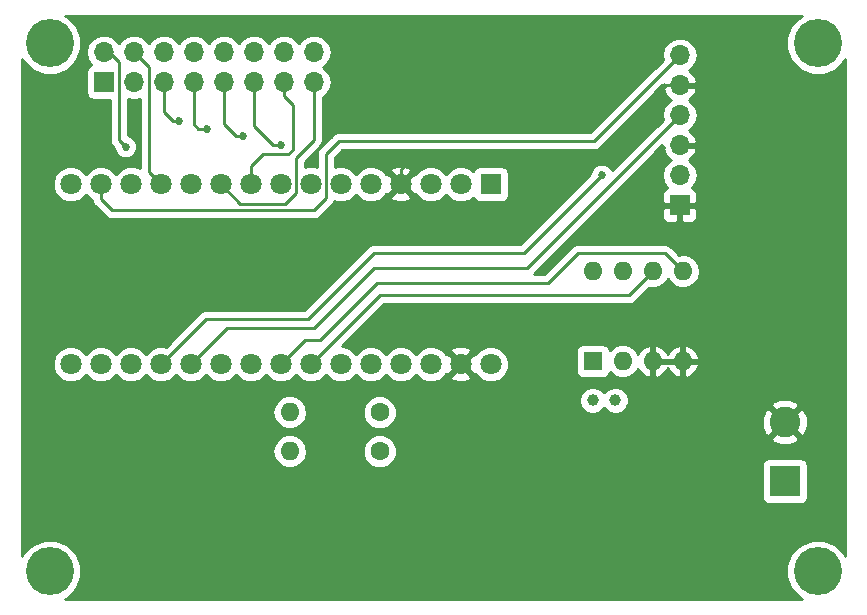
<source format=gbl>
G04 #@! TF.GenerationSoftware,KiCad,Pcbnew,5.0.2-bee76a0~70~ubuntu16.04.1*
G04 #@! TF.CreationDate,2019-05-11T19:32:04-04:00*
G04 #@! TF.ProjectId,ControllerBoard,436f6e74-726f-46c6-9c65-72426f617264,rev?*
G04 #@! TF.SameCoordinates,Original*
G04 #@! TF.FileFunction,Copper,L2,Bot*
G04 #@! TF.FilePolarity,Positive*
%FSLAX46Y46*%
G04 Gerber Fmt 4.6, Leading zero omitted, Abs format (unit mm)*
G04 Created by KiCad (PCBNEW 5.0.2-bee76a0~70~ubuntu16.04.1) date Sat 11 May 2019 07:32:04 PM EDT*
%MOMM*%
%LPD*%
G01*
G04 APERTURE LIST*
G04 #@! TA.AperFunction,ComponentPad*
%ADD10R,2.600000X2.600000*%
G04 #@! TD*
G04 #@! TA.AperFunction,ComponentPad*
%ADD11C,2.600000*%
G04 #@! TD*
G04 #@! TA.AperFunction,ComponentPad*
%ADD12O,1.700000X1.700000*%
G04 #@! TD*
G04 #@! TA.AperFunction,ComponentPad*
%ADD13R,1.700000X1.700000*%
G04 #@! TD*
G04 #@! TA.AperFunction,ComponentPad*
%ADD14O,1.600000X1.600000*%
G04 #@! TD*
G04 #@! TA.AperFunction,ComponentPad*
%ADD15C,1.600000*%
G04 #@! TD*
G04 #@! TA.AperFunction,ComponentPad*
%ADD16R,1.800000X1.800000*%
G04 #@! TD*
G04 #@! TA.AperFunction,ComponentPad*
%ADD17C,1.800000*%
G04 #@! TD*
G04 #@! TA.AperFunction,ComponentPad*
%ADD18R,1.600000X1.600000*%
G04 #@! TD*
G04 #@! TA.AperFunction,ComponentPad*
%ADD19C,1.000000*%
G04 #@! TD*
G04 #@! TA.AperFunction,ComponentPad*
%ADD20C,4.064000*%
G04 #@! TD*
G04 #@! TA.AperFunction,ViaPad*
%ADD21C,0.685800*%
G04 #@! TD*
G04 #@! TA.AperFunction,Conductor*
%ADD22C,0.254000*%
G04 #@! TD*
G04 APERTURE END LIST*
D10*
G04 #@! TO.P,J1,1*
G04 #@! TO.N,VCC*
X116078000Y-90932000D03*
D11*
G04 #@! TO.P,J1,2*
G04 #@! TO.N,GND*
X116078000Y-85932000D03*
G04 #@! TD*
D12*
G04 #@! TO.P,J2,6*
G04 #@! TO.N,/SW1*
X107188000Y-54864000D03*
G04 #@! TO.P,J2,5*
G04 #@! TO.N,GND*
X107188000Y-57404000D03*
G04 #@! TO.P,J2,4*
G04 #@! TO.N,/SW2*
X107188000Y-59944000D03*
G04 #@! TO.P,J2,3*
G04 #@! TO.N,GND*
X107188000Y-62484000D03*
G04 #@! TO.P,J2,2*
G04 #@! TO.N,/SW3*
X107188000Y-65024000D03*
D13*
G04 #@! TO.P,J2,1*
G04 #@! TO.N,GND*
X107188000Y-67564000D03*
G04 #@! TD*
D12*
G04 #@! TO.P,J3,16*
G04 #@! TO.N,VCC*
X76200000Y-54610000D03*
G04 #@! TO.P,J3,15*
G04 #@! TO.N,/D7*
X76200000Y-57150000D03*
G04 #@! TO.P,J3,14*
G04 #@! TO.N,VCC*
X73660000Y-54610000D03*
G04 #@! TO.P,J3,13*
G04 #@! TO.N,/D6*
X73660000Y-57150000D03*
G04 #@! TO.P,J3,12*
G04 #@! TO.N,VCC*
X71120000Y-54610000D03*
G04 #@! TO.P,J3,11*
G04 #@! TO.N,/D5*
X71120000Y-57150000D03*
G04 #@! TO.P,J3,10*
G04 #@! TO.N,VCC*
X68580000Y-54610000D03*
G04 #@! TO.P,J3,9*
G04 #@! TO.N,/D4*
X68580000Y-57150000D03*
G04 #@! TO.P,J3,8*
G04 #@! TO.N,/AN3*
X66040000Y-54610000D03*
G04 #@! TO.P,J3,7*
G04 #@! TO.N,/D3*
X66040000Y-57150000D03*
G04 #@! TO.P,J3,6*
G04 #@! TO.N,/AN2*
X63500000Y-54610000D03*
G04 #@! TO.P,J3,5*
G04 #@! TO.N,/D2*
X63500000Y-57150000D03*
G04 #@! TO.P,J3,4*
G04 #@! TO.N,/AN1*
X60960000Y-54610000D03*
G04 #@! TO.P,J3,3*
G04 #@! TO.N,/D1*
X60960000Y-57150000D03*
G04 #@! TO.P,J3,2*
G04 #@! TO.N,/AN0*
X58420000Y-54610000D03*
D13*
G04 #@! TO.P,J3,1*
G04 #@! TO.N,/D0*
X58420000Y-57150000D03*
G04 #@! TD*
D14*
G04 #@! TO.P,R1,2*
G04 #@! TO.N,/SCL*
X74168000Y-85090000D03*
D15*
G04 #@! TO.P,R1,1*
G04 #@! TO.N,VCC*
X81788000Y-85090000D03*
G04 #@! TD*
G04 #@! TO.P,R2,1*
G04 #@! TO.N,VCC*
X81788000Y-88392000D03*
D14*
G04 #@! TO.P,R2,2*
G04 #@! TO.N,/SDA*
X74168000Y-88392000D03*
G04 #@! TD*
D16*
G04 #@! TO.P,TB1,1*
G04 #@! TO.N,/D1*
X91186000Y-65786000D03*
D17*
G04 #@! TO.P,TB1,2*
G04 #@! TO.N,/D0*
X88646000Y-65786000D03*
G04 #@! TO.P,TB1,3*
G04 #@! TO.N,Net-(TB1-Pad28)*
X86106000Y-65786000D03*
G04 #@! TO.P,TB1,4*
G04 #@! TO.N,GND*
X83566000Y-65786000D03*
G04 #@! TO.P,TB1,5*
G04 #@! TO.N,/D2*
X81026000Y-65786000D03*
G04 #@! TO.P,TB1,6*
G04 #@! TO.N,/D3*
X78486000Y-65786000D03*
G04 #@! TO.P,TB1,7*
G04 #@! TO.N,/D4*
X75946000Y-65786000D03*
G04 #@! TO.P,TB1,8*
G04 #@! TO.N,/D5*
X73406000Y-65786000D03*
G04 #@! TO.P,TB1,9*
G04 #@! TO.N,/D6*
X70866000Y-65786000D03*
G04 #@! TO.P,TB1,10*
G04 #@! TO.N,/D7*
X68326000Y-65786000D03*
G04 #@! TO.P,TB1,11*
G04 #@! TO.N,/AN0*
X65786000Y-65786000D03*
G04 #@! TO.P,TB1,12*
G04 #@! TO.N,/AN1*
X63246000Y-65786000D03*
G04 #@! TO.P,TB1,13*
G04 #@! TO.N,/AN2*
X60706000Y-65786000D03*
G04 #@! TO.P,TB1,14*
G04 #@! TO.N,/SW1*
X58166000Y-65786000D03*
G04 #@! TO.P,TB1,15*
G04 #@! TO.N,/AN3*
X55626000Y-65786000D03*
G04 #@! TO.P,TB1,16*
G04 #@! TO.N,Net-(TB1-Pad16)*
X55626000Y-81026000D03*
G04 #@! TO.P,TB1,17*
G04 #@! TO.N,Net-(TB1-Pad17)*
X58166000Y-81026000D03*
G04 #@! TO.P,TB1,18*
G04 #@! TO.N,VCC*
X60706000Y-81026000D03*
G04 #@! TO.P,TB1,19*
G04 #@! TO.N,/SW3*
X63246000Y-81026000D03*
G04 #@! TO.P,TB1,20*
G04 #@! TO.N,/SW2*
X65786000Y-81026000D03*
G04 #@! TO.P,TB1,21*
G04 #@! TO.N,Net-(TB1-Pad21)*
X68326000Y-81026000D03*
G04 #@! TO.P,TB1,22*
G04 #@! TO.N,Net-(TB1-Pad22)*
X70866000Y-81026000D03*
G04 #@! TO.P,TB1,23*
G04 #@! TO.N,/SDA*
X73406000Y-81026000D03*
G04 #@! TO.P,TB1,24*
G04 #@! TO.N,/SCL*
X75946000Y-81026000D03*
G04 #@! TO.P,TB1,25*
G04 #@! TO.N,Net-(TB1-Pad25)*
X78486000Y-81026000D03*
G04 #@! TO.P,TB1,26*
G04 #@! TO.N,Net-(TB1-Pad26)*
X81026000Y-81026000D03*
G04 #@! TO.P,TB1,27*
G04 #@! TO.N,VCC*
X83566000Y-81026000D03*
G04 #@! TO.P,TB1,28*
G04 #@! TO.N,Net-(TB1-Pad28)*
X86106000Y-81026000D03*
G04 #@! TO.P,TB1,29*
G04 #@! TO.N,GND*
X88646000Y-81026000D03*
G04 #@! TO.P,TB1,30*
G04 #@! TO.N,Net-(TB1-Pad30)*
X91186000Y-81026000D03*
G04 #@! TD*
D14*
G04 #@! TO.P,U1,8*
G04 #@! TO.N,VCC*
X99822000Y-73152000D03*
G04 #@! TO.P,U1,4*
G04 #@! TO.N,GND*
X107442000Y-80772000D03*
G04 #@! TO.P,U1,7*
G04 #@! TO.N,Net-(U1-Pad7)*
X102362000Y-73152000D03*
G04 #@! TO.P,U1,3*
G04 #@! TO.N,GND*
X104902000Y-80772000D03*
G04 #@! TO.P,U1,6*
G04 #@! TO.N,/SCL*
X104902000Y-73152000D03*
G04 #@! TO.P,U1,2*
G04 #@! TO.N,Net-(U1-Pad2)*
X102362000Y-80772000D03*
G04 #@! TO.P,U1,5*
G04 #@! TO.N,/SDA*
X107442000Y-73152000D03*
D18*
G04 #@! TO.P,U1,1*
G04 #@! TO.N,Net-(U1-Pad1)*
X99822000Y-80772000D03*
G04 #@! TD*
D19*
G04 #@! TO.P,Y1,2*
G04 #@! TO.N,Net-(U1-Pad2)*
X101722000Y-84074000D03*
G04 #@! TO.P,Y1,1*
G04 #@! TO.N,Net-(U1-Pad1)*
X99822000Y-84074000D03*
G04 #@! TD*
D20*
G04 #@! TO.P,REF\002A\002A,1*
G04 #@! TO.N,N/C*
X53848000Y-53848000D03*
G04 #@! TD*
G04 #@! TO.P,REF\002A\002A,1*
G04 #@! TO.N,N/C*
X118872000Y-53848000D03*
G04 #@! TD*
G04 #@! TO.P,REF\002A\002A,1*
G04 #@! TO.N,N/C*
X53848000Y-98552000D03*
G04 #@! TD*
G04 #@! TO.P,REF\002A\002A,1*
G04 #@! TO.N,N/C*
X118872000Y-98552000D03*
G04 #@! TD*
D21*
G04 #@! TO.N,/SW3*
X100584000Y-65024000D03*
G04 #@! TO.N,/D5*
X73406000Y-62484000D03*
G04 #@! TO.N,/D4*
X70231000Y-61709300D03*
G04 #@! TO.N,/D3*
X67183000Y-61087000D03*
G04 #@! TO.N,/D2*
X64770000Y-60439300D03*
G04 #@! TO.N,/AN0*
X60261500Y-62611000D03*
G04 #@! TD*
D22*
G04 #@! TO.N,GND*
X83566000Y-64516000D02*
X83566000Y-65786000D01*
X107188000Y-57404000D02*
X105985919Y-57404000D01*
X105985919Y-57404000D02*
X100524919Y-62865000D01*
X85217000Y-62865000D02*
X83566000Y-64516000D01*
X100524919Y-62865000D02*
X85217000Y-62865000D01*
G04 #@! TO.N,/SW1*
X99885500Y-62166500D02*
X107188000Y-54864000D01*
X78295500Y-62166500D02*
X99885500Y-62166500D01*
X77216000Y-63246000D02*
X78295500Y-62166500D01*
X77216000Y-66992500D02*
X77216000Y-63246000D01*
X58166000Y-65786000D02*
X58166000Y-67058792D01*
X58166000Y-67058792D02*
X59115708Y-68008500D01*
X59115708Y-68008500D02*
X76200000Y-68008500D01*
X76200000Y-68008500D02*
X77216000Y-66992500D01*
G04 #@! TO.N,/SW2*
X94234000Y-72898000D02*
X107188000Y-59944000D01*
X65786000Y-81026000D02*
X68834000Y-77978000D01*
X76200000Y-77978000D02*
X81280000Y-72898000D01*
X68834000Y-77978000D02*
X76200000Y-77978000D01*
X81280000Y-72898000D02*
X94234000Y-72898000D01*
G04 #@! TO.N,/SW3*
X63246000Y-81026000D02*
X67056000Y-77216000D01*
X67056000Y-77216000D02*
X75692000Y-77216000D01*
X75692000Y-77216000D02*
X81280000Y-71628000D01*
X93980000Y-71628000D02*
X100584000Y-65024000D01*
X81280000Y-71628000D02*
X93980000Y-71628000D01*
G04 #@! TO.N,/D7*
X74676000Y-63563500D02*
X76200000Y-62039500D01*
X68326000Y-65786000D02*
X69977000Y-67437000D01*
X69977000Y-67437000D02*
X73787000Y-67437000D01*
X73787000Y-67437000D02*
X74676000Y-66548000D01*
X76200000Y-62039500D02*
X76200000Y-57150000D01*
X74676000Y-66548000D02*
X74676000Y-63563500D01*
G04 #@! TO.N,/D6*
X73660000Y-58352081D02*
X73660000Y-57150000D01*
X74422000Y-59114081D02*
X73660000Y-58352081D01*
X74422000Y-62865000D02*
X74422000Y-59114081D01*
X70866000Y-65786000D02*
X70866000Y-64262000D01*
X71882000Y-63246000D02*
X74041000Y-63246000D01*
X70866000Y-64262000D02*
X71882000Y-63246000D01*
X74041000Y-63246000D02*
X74422000Y-62865000D01*
G04 #@! TO.N,/D5*
X73406000Y-62484000D02*
X72771000Y-62484000D01*
X71120000Y-60833000D02*
X71120000Y-57150000D01*
X72771000Y-62484000D02*
X71120000Y-60833000D01*
G04 #@! TO.N,/D4*
X70231000Y-61709300D02*
X69583300Y-61709300D01*
X68580000Y-60706000D02*
X68580000Y-57150000D01*
X69583300Y-61709300D02*
X68580000Y-60706000D01*
G04 #@! TO.N,/D3*
X67183000Y-61087000D02*
X66421000Y-61087000D01*
X66040000Y-60706000D02*
X66040000Y-57150000D01*
X66421000Y-61087000D02*
X66040000Y-60706000D01*
G04 #@! TO.N,/D2*
X63500000Y-58352081D02*
X63500000Y-57150000D01*
X63500000Y-59654233D02*
X63500000Y-58352081D01*
X64285067Y-60439300D02*
X63500000Y-59654233D01*
X64770000Y-60439300D02*
X64285067Y-60439300D01*
G04 #@! TO.N,/AN1*
X62230000Y-64770000D02*
X63246000Y-65786000D01*
X62230000Y-55880000D02*
X62230000Y-64770000D01*
X60960000Y-54610000D02*
X62230000Y-55880000D01*
G04 #@! TO.N,/AN0*
X59690000Y-55435500D02*
X58864500Y-54610000D01*
X59690000Y-62039500D02*
X59690000Y-55435500D01*
X58864500Y-54610000D02*
X58420000Y-54610000D01*
X60261500Y-62611000D02*
X59690000Y-62039500D01*
G04 #@! TO.N,/SCL*
X81788000Y-75184000D02*
X102870000Y-75184000D01*
X102870000Y-75184000D02*
X104902000Y-73152000D01*
X75946000Y-81026000D02*
X81788000Y-75184000D01*
G04 #@! TO.N,/SDA*
X98552000Y-71628000D02*
X105918000Y-71628000D01*
X105918000Y-71628000D02*
X107442000Y-73152000D01*
X73406000Y-81026000D02*
X75438000Y-78994000D01*
X96012000Y-74168000D02*
X98552000Y-71628000D01*
X75438000Y-78994000D02*
X76708000Y-78994000D01*
X76708000Y-78994000D02*
X81534000Y-74168000D01*
X81534000Y-74168000D02*
X96012000Y-74168000D01*
G04 #@! TD*
G04 #@! TO.N,GND*
G36*
X117361266Y-51587026D02*
X116611026Y-52337266D01*
X116205000Y-53317501D01*
X116205000Y-54378499D01*
X116611026Y-55358734D01*
X117361266Y-56108974D01*
X118341501Y-56515000D01*
X119402499Y-56515000D01*
X120382734Y-56108974D01*
X121132974Y-55358734D01*
X121210000Y-55172776D01*
X121210001Y-97227226D01*
X121132974Y-97041266D01*
X120382734Y-96291026D01*
X119402499Y-95885000D01*
X118341501Y-95885000D01*
X117361266Y-96291026D01*
X116611026Y-97041266D01*
X116205000Y-98021501D01*
X116205000Y-99082499D01*
X116611026Y-100062734D01*
X117361266Y-100812974D01*
X117547224Y-100890000D01*
X55172776Y-100890000D01*
X55358734Y-100812974D01*
X56108974Y-100062734D01*
X56515000Y-99082499D01*
X56515000Y-98021501D01*
X56108974Y-97041266D01*
X55358734Y-96291026D01*
X54378499Y-95885000D01*
X53317501Y-95885000D01*
X52337266Y-96291026D01*
X51587026Y-97041266D01*
X51510000Y-97227224D01*
X51510000Y-88392000D01*
X72704887Y-88392000D01*
X72816260Y-88951909D01*
X73133423Y-89426577D01*
X73608091Y-89743740D01*
X74026667Y-89827000D01*
X74309333Y-89827000D01*
X74727909Y-89743740D01*
X75202577Y-89426577D01*
X75519740Y-88951909D01*
X75631113Y-88392000D01*
X75574336Y-88106561D01*
X80353000Y-88106561D01*
X80353000Y-88677439D01*
X80571466Y-89204862D01*
X80975138Y-89608534D01*
X81502561Y-89827000D01*
X82073439Y-89827000D01*
X82544210Y-89632000D01*
X114130560Y-89632000D01*
X114130560Y-92232000D01*
X114179843Y-92479765D01*
X114320191Y-92689809D01*
X114530235Y-92830157D01*
X114778000Y-92879440D01*
X117378000Y-92879440D01*
X117625765Y-92830157D01*
X117835809Y-92689809D01*
X117976157Y-92479765D01*
X118025440Y-92232000D01*
X118025440Y-89632000D01*
X117976157Y-89384235D01*
X117835809Y-89174191D01*
X117625765Y-89033843D01*
X117378000Y-88984560D01*
X114778000Y-88984560D01*
X114530235Y-89033843D01*
X114320191Y-89174191D01*
X114179843Y-89384235D01*
X114130560Y-89632000D01*
X82544210Y-89632000D01*
X82600862Y-89608534D01*
X83004534Y-89204862D01*
X83223000Y-88677439D01*
X83223000Y-88106561D01*
X83004534Y-87579138D01*
X82726855Y-87301459D01*
X114888146Y-87301459D01*
X115023504Y-87599455D01*
X115741880Y-87876066D01*
X116511427Y-87856710D01*
X117132496Y-87599455D01*
X117267854Y-87301459D01*
X116078000Y-86111605D01*
X114888146Y-87301459D01*
X82726855Y-87301459D01*
X82600862Y-87175466D01*
X82073439Y-86957000D01*
X81502561Y-86957000D01*
X80975138Y-87175466D01*
X80571466Y-87579138D01*
X80353000Y-88106561D01*
X75574336Y-88106561D01*
X75519740Y-87832091D01*
X75202577Y-87357423D01*
X74727909Y-87040260D01*
X74309333Y-86957000D01*
X74026667Y-86957000D01*
X73608091Y-87040260D01*
X73133423Y-87357423D01*
X72816260Y-87832091D01*
X72704887Y-88392000D01*
X51510000Y-88392000D01*
X51510000Y-85090000D01*
X72704887Y-85090000D01*
X72816260Y-85649909D01*
X73133423Y-86124577D01*
X73608091Y-86441740D01*
X74026667Y-86525000D01*
X74309333Y-86525000D01*
X74727909Y-86441740D01*
X75202577Y-86124577D01*
X75519740Y-85649909D01*
X75631113Y-85090000D01*
X75574336Y-84804561D01*
X80353000Y-84804561D01*
X80353000Y-85375439D01*
X80571466Y-85902862D01*
X80975138Y-86306534D01*
X81502561Y-86525000D01*
X82073439Y-86525000D01*
X82600862Y-86306534D01*
X83004534Y-85902862D01*
X83131690Y-85595880D01*
X114133934Y-85595880D01*
X114153290Y-86365427D01*
X114410545Y-86986496D01*
X114708541Y-87121854D01*
X115898395Y-85932000D01*
X116257605Y-85932000D01*
X117447459Y-87121854D01*
X117745455Y-86986496D01*
X118022066Y-86268120D01*
X118002710Y-85498573D01*
X117745455Y-84877504D01*
X117447459Y-84742146D01*
X116257605Y-85932000D01*
X115898395Y-85932000D01*
X114708541Y-84742146D01*
X114410545Y-84877504D01*
X114133934Y-85595880D01*
X83131690Y-85595880D01*
X83223000Y-85375439D01*
X83223000Y-84804561D01*
X83004534Y-84277138D01*
X82600862Y-83873466D01*
X82539947Y-83848234D01*
X98687000Y-83848234D01*
X98687000Y-84299766D01*
X98859793Y-84716926D01*
X99179074Y-85036207D01*
X99596234Y-85209000D01*
X100047766Y-85209000D01*
X100464926Y-85036207D01*
X100772000Y-84729133D01*
X101079074Y-85036207D01*
X101496234Y-85209000D01*
X101947766Y-85209000D01*
X102364926Y-85036207D01*
X102684207Y-84716926D01*
X102748155Y-84562541D01*
X114888146Y-84562541D01*
X116078000Y-85752395D01*
X117267854Y-84562541D01*
X117132496Y-84264545D01*
X116414120Y-83987934D01*
X115644573Y-84007290D01*
X115023504Y-84264545D01*
X114888146Y-84562541D01*
X102748155Y-84562541D01*
X102857000Y-84299766D01*
X102857000Y-83848234D01*
X102684207Y-83431074D01*
X102364926Y-83111793D01*
X101947766Y-82939000D01*
X101496234Y-82939000D01*
X101079074Y-83111793D01*
X100772000Y-83418867D01*
X100464926Y-83111793D01*
X100047766Y-82939000D01*
X99596234Y-82939000D01*
X99179074Y-83111793D01*
X98859793Y-83431074D01*
X98687000Y-83848234D01*
X82539947Y-83848234D01*
X82073439Y-83655000D01*
X81502561Y-83655000D01*
X80975138Y-83873466D01*
X80571466Y-84277138D01*
X80353000Y-84804561D01*
X75574336Y-84804561D01*
X75519740Y-84530091D01*
X75202577Y-84055423D01*
X74727909Y-83738260D01*
X74309333Y-83655000D01*
X74026667Y-83655000D01*
X73608091Y-83738260D01*
X73133423Y-84055423D01*
X72816260Y-84530091D01*
X72704887Y-85090000D01*
X51510000Y-85090000D01*
X51510000Y-65480670D01*
X54091000Y-65480670D01*
X54091000Y-66091330D01*
X54324690Y-66655507D01*
X54756493Y-67087310D01*
X55320670Y-67321000D01*
X55931330Y-67321000D01*
X56495507Y-67087310D01*
X56896000Y-66686817D01*
X57296493Y-67087310D01*
X57403568Y-67131662D01*
X57448213Y-67356109D01*
X57559560Y-67522751D01*
X57616630Y-67608163D01*
X57680251Y-67650673D01*
X58523826Y-68494249D01*
X58566337Y-68557871D01*
X58818391Y-68726288D01*
X59040660Y-68770500D01*
X59040665Y-68770500D01*
X59115708Y-68785427D01*
X59190751Y-68770500D01*
X76124957Y-68770500D01*
X76200000Y-68785427D01*
X76275043Y-68770500D01*
X76275048Y-68770500D01*
X76497317Y-68726288D01*
X76749371Y-68557871D01*
X76791883Y-68494247D01*
X77701750Y-67584381D01*
X77765371Y-67541871D01*
X77820658Y-67459129D01*
X77905296Y-67332458D01*
X77933788Y-67289817D01*
X77946850Y-67224149D01*
X78180670Y-67321000D01*
X78791330Y-67321000D01*
X79355507Y-67087310D01*
X79756000Y-66686817D01*
X80156493Y-67087310D01*
X80720670Y-67321000D01*
X81331330Y-67321000D01*
X81895507Y-67087310D01*
X82116658Y-66866159D01*
X82665446Y-66866159D01*
X82751852Y-67122643D01*
X83325336Y-67332458D01*
X83935460Y-67306839D01*
X84380148Y-67122643D01*
X84466554Y-66866159D01*
X83566000Y-65965605D01*
X82665446Y-66866159D01*
X82116658Y-66866159D01*
X82327310Y-66655507D01*
X82335438Y-66635885D01*
X82485841Y-66686554D01*
X83386395Y-65786000D01*
X83745605Y-65786000D01*
X84646159Y-66686554D01*
X84796562Y-66635885D01*
X84804690Y-66655507D01*
X85236493Y-67087310D01*
X85800670Y-67321000D01*
X86411330Y-67321000D01*
X86975507Y-67087310D01*
X87376000Y-66686817D01*
X87776493Y-67087310D01*
X88340670Y-67321000D01*
X88951330Y-67321000D01*
X89515507Y-67087310D01*
X89684725Y-66918092D01*
X89687843Y-66933765D01*
X89828191Y-67143809D01*
X90038235Y-67284157D01*
X90286000Y-67333440D01*
X92086000Y-67333440D01*
X92333765Y-67284157D01*
X92543809Y-67143809D01*
X92684157Y-66933765D01*
X92733440Y-66686000D01*
X92733440Y-64886000D01*
X92684157Y-64638235D01*
X92543809Y-64428191D01*
X92333765Y-64287843D01*
X92086000Y-64238560D01*
X90286000Y-64238560D01*
X90038235Y-64287843D01*
X89828191Y-64428191D01*
X89687843Y-64638235D01*
X89684725Y-64653908D01*
X89515507Y-64484690D01*
X88951330Y-64251000D01*
X88340670Y-64251000D01*
X87776493Y-64484690D01*
X87376000Y-64885183D01*
X86975507Y-64484690D01*
X86411330Y-64251000D01*
X85800670Y-64251000D01*
X85236493Y-64484690D01*
X84804690Y-64916493D01*
X84796562Y-64936115D01*
X84646159Y-64885446D01*
X83745605Y-65786000D01*
X83386395Y-65786000D01*
X82485841Y-64885446D01*
X82335438Y-64936115D01*
X82327310Y-64916493D01*
X82116658Y-64705841D01*
X82665446Y-64705841D01*
X83566000Y-65606395D01*
X84466554Y-64705841D01*
X84380148Y-64449357D01*
X83806664Y-64239542D01*
X83196540Y-64265161D01*
X82751852Y-64449357D01*
X82665446Y-64705841D01*
X82116658Y-64705841D01*
X81895507Y-64484690D01*
X81331330Y-64251000D01*
X80720670Y-64251000D01*
X80156493Y-64484690D01*
X79756000Y-64885183D01*
X79355507Y-64484690D01*
X78791330Y-64251000D01*
X78180670Y-64251000D01*
X77978000Y-64334949D01*
X77978000Y-63561630D01*
X78611131Y-62928500D01*
X99810457Y-62928500D01*
X99885500Y-62943427D01*
X99960543Y-62928500D01*
X99960548Y-62928500D01*
X100182817Y-62884288D01*
X100434871Y-62715871D01*
X100477383Y-62652247D01*
X105703000Y-57426630D01*
X105703000Y-57531002D01*
X105867844Y-57531002D01*
X105746524Y-57760890D01*
X105916355Y-58170924D01*
X106306642Y-58599183D01*
X106436478Y-58660157D01*
X106117375Y-58873375D01*
X105789161Y-59364582D01*
X105673908Y-59944000D01*
X105746321Y-60308049D01*
X101463191Y-64591179D01*
X101413023Y-64470064D01*
X101137936Y-64194977D01*
X100778516Y-64046100D01*
X100389484Y-64046100D01*
X100030064Y-64194977D01*
X99754977Y-64470064D01*
X99606100Y-64829484D01*
X99606100Y-64924269D01*
X93664370Y-70866000D01*
X81355042Y-70866000D01*
X81279999Y-70851073D01*
X81204956Y-70866000D01*
X81204952Y-70866000D01*
X80982683Y-70910212D01*
X80982682Y-70910213D01*
X80982681Y-70910213D01*
X80794251Y-71036118D01*
X80730629Y-71078629D01*
X80688118Y-71142251D01*
X75376370Y-76454000D01*
X67131047Y-76454000D01*
X67056000Y-76439072D01*
X66980953Y-76454000D01*
X66980952Y-76454000D01*
X66758683Y-76498212D01*
X66506629Y-76666629D01*
X66464118Y-76730251D01*
X63658838Y-79535531D01*
X63551330Y-79491000D01*
X62940670Y-79491000D01*
X62376493Y-79724690D01*
X61976000Y-80125183D01*
X61575507Y-79724690D01*
X61011330Y-79491000D01*
X60400670Y-79491000D01*
X59836493Y-79724690D01*
X59436000Y-80125183D01*
X59035507Y-79724690D01*
X58471330Y-79491000D01*
X57860670Y-79491000D01*
X57296493Y-79724690D01*
X56896000Y-80125183D01*
X56495507Y-79724690D01*
X55931330Y-79491000D01*
X55320670Y-79491000D01*
X54756493Y-79724690D01*
X54324690Y-80156493D01*
X54091000Y-80720670D01*
X54091000Y-81331330D01*
X54324690Y-81895507D01*
X54756493Y-82327310D01*
X55320670Y-82561000D01*
X55931330Y-82561000D01*
X56495507Y-82327310D01*
X56896000Y-81926817D01*
X57296493Y-82327310D01*
X57860670Y-82561000D01*
X58471330Y-82561000D01*
X59035507Y-82327310D01*
X59436000Y-81926817D01*
X59836493Y-82327310D01*
X60400670Y-82561000D01*
X61011330Y-82561000D01*
X61575507Y-82327310D01*
X61976000Y-81926817D01*
X62376493Y-82327310D01*
X62940670Y-82561000D01*
X63551330Y-82561000D01*
X64115507Y-82327310D01*
X64516000Y-81926817D01*
X64916493Y-82327310D01*
X65480670Y-82561000D01*
X66091330Y-82561000D01*
X66655507Y-82327310D01*
X67056000Y-81926817D01*
X67456493Y-82327310D01*
X68020670Y-82561000D01*
X68631330Y-82561000D01*
X69195507Y-82327310D01*
X69596000Y-81926817D01*
X69996493Y-82327310D01*
X70560670Y-82561000D01*
X71171330Y-82561000D01*
X71735507Y-82327310D01*
X72136000Y-81926817D01*
X72536493Y-82327310D01*
X73100670Y-82561000D01*
X73711330Y-82561000D01*
X74275507Y-82327310D01*
X74676000Y-81926817D01*
X75076493Y-82327310D01*
X75640670Y-82561000D01*
X76251330Y-82561000D01*
X76815507Y-82327310D01*
X77216000Y-81926817D01*
X77616493Y-82327310D01*
X78180670Y-82561000D01*
X78791330Y-82561000D01*
X79355507Y-82327310D01*
X79756000Y-81926817D01*
X80156493Y-82327310D01*
X80720670Y-82561000D01*
X81331330Y-82561000D01*
X81895507Y-82327310D01*
X82296000Y-81926817D01*
X82696493Y-82327310D01*
X83260670Y-82561000D01*
X83871330Y-82561000D01*
X84435507Y-82327310D01*
X84836000Y-81926817D01*
X85236493Y-82327310D01*
X85800670Y-82561000D01*
X86411330Y-82561000D01*
X86975507Y-82327310D01*
X87196658Y-82106159D01*
X87745446Y-82106159D01*
X87831852Y-82362643D01*
X88405336Y-82572458D01*
X89015460Y-82546839D01*
X89460148Y-82362643D01*
X89546554Y-82106159D01*
X88646000Y-81205605D01*
X87745446Y-82106159D01*
X87196658Y-82106159D01*
X87407310Y-81895507D01*
X87415438Y-81875885D01*
X87565841Y-81926554D01*
X88466395Y-81026000D01*
X88825605Y-81026000D01*
X89726159Y-81926554D01*
X89876562Y-81875885D01*
X89884690Y-81895507D01*
X90316493Y-82327310D01*
X90880670Y-82561000D01*
X91491330Y-82561000D01*
X92055507Y-82327310D01*
X92487310Y-81895507D01*
X92721000Y-81331330D01*
X92721000Y-80720670D01*
X92487310Y-80156493D01*
X92302817Y-79972000D01*
X98374560Y-79972000D01*
X98374560Y-81572000D01*
X98423843Y-81819765D01*
X98564191Y-82029809D01*
X98774235Y-82170157D01*
X99022000Y-82219440D01*
X100622000Y-82219440D01*
X100869765Y-82170157D01*
X101079809Y-82029809D01*
X101220157Y-81819765D01*
X101246785Y-81685894D01*
X101327423Y-81806577D01*
X101802091Y-82123740D01*
X102220667Y-82207000D01*
X102503333Y-82207000D01*
X102921909Y-82123740D01*
X103396577Y-81806577D01*
X103652947Y-81422892D01*
X103749611Y-81627134D01*
X104164577Y-82003041D01*
X104552961Y-82163904D01*
X104775000Y-82041915D01*
X104775000Y-80899000D01*
X105029000Y-80899000D01*
X105029000Y-82041915D01*
X105251039Y-82163904D01*
X105639423Y-82003041D01*
X106054389Y-81627134D01*
X106172000Y-81378633D01*
X106289611Y-81627134D01*
X106704577Y-82003041D01*
X107092961Y-82163904D01*
X107315000Y-82041915D01*
X107315000Y-80899000D01*
X107569000Y-80899000D01*
X107569000Y-82041915D01*
X107791039Y-82163904D01*
X108179423Y-82003041D01*
X108594389Y-81627134D01*
X108833914Y-81121041D01*
X108712629Y-80899000D01*
X107569000Y-80899000D01*
X107315000Y-80899000D01*
X105029000Y-80899000D01*
X104775000Y-80899000D01*
X104755000Y-80899000D01*
X104755000Y-80645000D01*
X104775000Y-80645000D01*
X104775000Y-79502085D01*
X105029000Y-79502085D01*
X105029000Y-80645000D01*
X107315000Y-80645000D01*
X107315000Y-79502085D01*
X107569000Y-79502085D01*
X107569000Y-80645000D01*
X108712629Y-80645000D01*
X108833914Y-80422959D01*
X108594389Y-79916866D01*
X108179423Y-79540959D01*
X107791039Y-79380096D01*
X107569000Y-79502085D01*
X107315000Y-79502085D01*
X107092961Y-79380096D01*
X106704577Y-79540959D01*
X106289611Y-79916866D01*
X106172000Y-80165367D01*
X106054389Y-79916866D01*
X105639423Y-79540959D01*
X105251039Y-79380096D01*
X105029000Y-79502085D01*
X104775000Y-79502085D01*
X104552961Y-79380096D01*
X104164577Y-79540959D01*
X103749611Y-79916866D01*
X103652947Y-80121108D01*
X103396577Y-79737423D01*
X102921909Y-79420260D01*
X102503333Y-79337000D01*
X102220667Y-79337000D01*
X101802091Y-79420260D01*
X101327423Y-79737423D01*
X101246785Y-79858106D01*
X101220157Y-79724235D01*
X101079809Y-79514191D01*
X100869765Y-79373843D01*
X100622000Y-79324560D01*
X99022000Y-79324560D01*
X98774235Y-79373843D01*
X98564191Y-79514191D01*
X98423843Y-79724235D01*
X98374560Y-79972000D01*
X92302817Y-79972000D01*
X92055507Y-79724690D01*
X91491330Y-79491000D01*
X90880670Y-79491000D01*
X90316493Y-79724690D01*
X89884690Y-80156493D01*
X89876562Y-80176115D01*
X89726159Y-80125446D01*
X88825605Y-81026000D01*
X88466395Y-81026000D01*
X87565841Y-80125446D01*
X87415438Y-80176115D01*
X87407310Y-80156493D01*
X87196658Y-79945841D01*
X87745446Y-79945841D01*
X88646000Y-80846395D01*
X89546554Y-79945841D01*
X89460148Y-79689357D01*
X88886664Y-79479542D01*
X88276540Y-79505161D01*
X87831852Y-79689357D01*
X87745446Y-79945841D01*
X87196658Y-79945841D01*
X86975507Y-79724690D01*
X86411330Y-79491000D01*
X85800670Y-79491000D01*
X85236493Y-79724690D01*
X84836000Y-80125183D01*
X84435507Y-79724690D01*
X83871330Y-79491000D01*
X83260670Y-79491000D01*
X82696493Y-79724690D01*
X82296000Y-80125183D01*
X81895507Y-79724690D01*
X81331330Y-79491000D01*
X80720670Y-79491000D01*
X80156493Y-79724690D01*
X79756000Y-80125183D01*
X79355507Y-79724690D01*
X78791330Y-79491000D01*
X78558630Y-79491000D01*
X82103631Y-75946000D01*
X102794957Y-75946000D01*
X102870000Y-75960927D01*
X102945043Y-75946000D01*
X102945048Y-75946000D01*
X103167317Y-75901788D01*
X103419371Y-75733371D01*
X103461883Y-75669747D01*
X104580473Y-74551157D01*
X104760667Y-74587000D01*
X105043333Y-74587000D01*
X105461909Y-74503740D01*
X105936577Y-74186577D01*
X106172000Y-73834242D01*
X106407423Y-74186577D01*
X106882091Y-74503740D01*
X107300667Y-74587000D01*
X107583333Y-74587000D01*
X108001909Y-74503740D01*
X108476577Y-74186577D01*
X108793740Y-73711909D01*
X108905113Y-73152000D01*
X108793740Y-72592091D01*
X108476577Y-72117423D01*
X108001909Y-71800260D01*
X107583333Y-71717000D01*
X107300667Y-71717000D01*
X107120473Y-71752843D01*
X106509884Y-71142254D01*
X106467371Y-71078629D01*
X106215317Y-70910212D01*
X105993048Y-70866000D01*
X105993043Y-70866000D01*
X105918000Y-70851073D01*
X105842957Y-70866000D01*
X98627042Y-70866000D01*
X98551999Y-70851073D01*
X98476956Y-70866000D01*
X98476952Y-70866000D01*
X98254683Y-70910212D01*
X98254682Y-70910213D01*
X98254681Y-70910213D01*
X98200641Y-70946322D01*
X98002629Y-71078629D01*
X97960116Y-71142254D01*
X95696370Y-73406000D01*
X94811014Y-73406000D01*
X94825884Y-73383746D01*
X100359880Y-67849750D01*
X105703000Y-67849750D01*
X105703000Y-68540310D01*
X105799673Y-68773699D01*
X105978302Y-68952327D01*
X106211691Y-69049000D01*
X106902250Y-69049000D01*
X107061000Y-68890250D01*
X107061000Y-67691000D01*
X107315000Y-67691000D01*
X107315000Y-68890250D01*
X107473750Y-69049000D01*
X108164309Y-69049000D01*
X108397698Y-68952327D01*
X108576327Y-68773699D01*
X108673000Y-68540310D01*
X108673000Y-67849750D01*
X108514250Y-67691000D01*
X107315000Y-67691000D01*
X107061000Y-67691000D01*
X105861750Y-67691000D01*
X105703000Y-67849750D01*
X100359880Y-67849750D01*
X105703000Y-62506630D01*
X105703000Y-62611002D01*
X105867844Y-62611002D01*
X105746524Y-62840890D01*
X105916355Y-63250924D01*
X106306642Y-63679183D01*
X106436478Y-63740157D01*
X106117375Y-63953375D01*
X105789161Y-64444582D01*
X105673908Y-65024000D01*
X105789161Y-65603418D01*
X106117375Y-66094625D01*
X106139033Y-66109096D01*
X105978302Y-66175673D01*
X105799673Y-66354301D01*
X105703000Y-66587690D01*
X105703000Y-67278250D01*
X105861750Y-67437000D01*
X107061000Y-67437000D01*
X107061000Y-67417000D01*
X107315000Y-67417000D01*
X107315000Y-67437000D01*
X108514250Y-67437000D01*
X108673000Y-67278250D01*
X108673000Y-66587690D01*
X108576327Y-66354301D01*
X108397698Y-66175673D01*
X108236967Y-66109096D01*
X108258625Y-66094625D01*
X108586839Y-65603418D01*
X108702092Y-65024000D01*
X108586839Y-64444582D01*
X108258625Y-63953375D01*
X107939522Y-63740157D01*
X108069358Y-63679183D01*
X108459645Y-63250924D01*
X108629476Y-62840890D01*
X108508155Y-62611000D01*
X107315000Y-62611000D01*
X107315000Y-62631000D01*
X107061000Y-62631000D01*
X107061000Y-62611000D01*
X107041000Y-62611000D01*
X107041000Y-62357000D01*
X107061000Y-62357000D01*
X107061000Y-62337000D01*
X107315000Y-62337000D01*
X107315000Y-62357000D01*
X108508155Y-62357000D01*
X108629476Y-62127110D01*
X108459645Y-61717076D01*
X108069358Y-61288817D01*
X107939522Y-61227843D01*
X108258625Y-61014625D01*
X108586839Y-60523418D01*
X108702092Y-59944000D01*
X108586839Y-59364582D01*
X108258625Y-58873375D01*
X107939522Y-58660157D01*
X108069358Y-58599183D01*
X108459645Y-58170924D01*
X108629476Y-57760890D01*
X108508155Y-57531000D01*
X107315000Y-57531000D01*
X107315000Y-57551000D01*
X107061000Y-57551000D01*
X107061000Y-57531000D01*
X107041000Y-57531000D01*
X107041000Y-57277000D01*
X107061000Y-57277000D01*
X107061000Y-57257000D01*
X107315000Y-57257000D01*
X107315000Y-57277000D01*
X108508155Y-57277000D01*
X108629476Y-57047110D01*
X108459645Y-56637076D01*
X108069358Y-56208817D01*
X107939522Y-56147843D01*
X108258625Y-55934625D01*
X108586839Y-55443418D01*
X108702092Y-54864000D01*
X108586839Y-54284582D01*
X108258625Y-53793375D01*
X107767418Y-53465161D01*
X107334256Y-53379000D01*
X107041744Y-53379000D01*
X106608582Y-53465161D01*
X106117375Y-53793375D01*
X105789161Y-54284582D01*
X105673908Y-54864000D01*
X105746321Y-55228048D01*
X99569870Y-61404500D01*
X78370547Y-61404500D01*
X78295500Y-61389572D01*
X78220453Y-61404500D01*
X78220452Y-61404500D01*
X77998183Y-61448712D01*
X77746129Y-61617129D01*
X77703618Y-61680751D01*
X76730252Y-62654118D01*
X76666630Y-62696629D01*
X76624119Y-62760251D01*
X76624118Y-62760252D01*
X76498213Y-62948683D01*
X76439073Y-63246000D01*
X76454001Y-63321048D01*
X76454001Y-64334949D01*
X76251330Y-64251000D01*
X75640670Y-64251000D01*
X75438000Y-64334949D01*
X75438000Y-63879130D01*
X76685747Y-62631383D01*
X76749371Y-62588871D01*
X76917788Y-62336817D01*
X76962000Y-62114548D01*
X76962000Y-62114544D01*
X76976927Y-62039501D01*
X76962000Y-61964458D01*
X76962000Y-58426842D01*
X77270625Y-58220625D01*
X77598839Y-57729418D01*
X77714092Y-57150000D01*
X77598839Y-56570582D01*
X77270625Y-56079375D01*
X76972239Y-55880000D01*
X77270625Y-55680625D01*
X77598839Y-55189418D01*
X77714092Y-54610000D01*
X77598839Y-54030582D01*
X77270625Y-53539375D01*
X76779418Y-53211161D01*
X76346256Y-53125000D01*
X76053744Y-53125000D01*
X75620582Y-53211161D01*
X75129375Y-53539375D01*
X74930000Y-53837761D01*
X74730625Y-53539375D01*
X74239418Y-53211161D01*
X73806256Y-53125000D01*
X73513744Y-53125000D01*
X73080582Y-53211161D01*
X72589375Y-53539375D01*
X72390000Y-53837761D01*
X72190625Y-53539375D01*
X71699418Y-53211161D01*
X71266256Y-53125000D01*
X70973744Y-53125000D01*
X70540582Y-53211161D01*
X70049375Y-53539375D01*
X69850000Y-53837761D01*
X69650625Y-53539375D01*
X69159418Y-53211161D01*
X68726256Y-53125000D01*
X68433744Y-53125000D01*
X68000582Y-53211161D01*
X67509375Y-53539375D01*
X67310000Y-53837761D01*
X67110625Y-53539375D01*
X66619418Y-53211161D01*
X66186256Y-53125000D01*
X65893744Y-53125000D01*
X65460582Y-53211161D01*
X64969375Y-53539375D01*
X64770000Y-53837761D01*
X64570625Y-53539375D01*
X64079418Y-53211161D01*
X63646256Y-53125000D01*
X63353744Y-53125000D01*
X62920582Y-53211161D01*
X62429375Y-53539375D01*
X62230000Y-53837761D01*
X62030625Y-53539375D01*
X61539418Y-53211161D01*
X61106256Y-53125000D01*
X60813744Y-53125000D01*
X60380582Y-53211161D01*
X59889375Y-53539375D01*
X59690000Y-53837761D01*
X59490625Y-53539375D01*
X58999418Y-53211161D01*
X58566256Y-53125000D01*
X58273744Y-53125000D01*
X57840582Y-53211161D01*
X57349375Y-53539375D01*
X57021161Y-54030582D01*
X56905908Y-54610000D01*
X57021161Y-55189418D01*
X57349375Y-55680625D01*
X57367619Y-55692816D01*
X57322235Y-55701843D01*
X57112191Y-55842191D01*
X56971843Y-56052235D01*
X56922560Y-56300000D01*
X56922560Y-58000000D01*
X56971843Y-58247765D01*
X57112191Y-58457809D01*
X57322235Y-58598157D01*
X57570000Y-58647440D01*
X58928001Y-58647440D01*
X58928000Y-61964457D01*
X58913073Y-62039500D01*
X58928000Y-62114543D01*
X58928000Y-62114547D01*
X58972212Y-62336816D01*
X59140629Y-62588871D01*
X59204253Y-62631383D01*
X59283600Y-62710730D01*
X59283600Y-62805516D01*
X59432477Y-63164936D01*
X59707564Y-63440023D01*
X60066984Y-63588900D01*
X60456016Y-63588900D01*
X60815436Y-63440023D01*
X61090523Y-63164936D01*
X61239400Y-62805516D01*
X61239400Y-62416484D01*
X61090523Y-62057064D01*
X60815436Y-61781977D01*
X60456016Y-61633100D01*
X60452000Y-61633100D01*
X60452000Y-58563045D01*
X60813744Y-58635000D01*
X61106256Y-58635000D01*
X61468000Y-58563045D01*
X61468001Y-64440159D01*
X61011330Y-64251000D01*
X60400670Y-64251000D01*
X59836493Y-64484690D01*
X59436000Y-64885183D01*
X59035507Y-64484690D01*
X58471330Y-64251000D01*
X57860670Y-64251000D01*
X57296493Y-64484690D01*
X56896000Y-64885183D01*
X56495507Y-64484690D01*
X55931330Y-64251000D01*
X55320670Y-64251000D01*
X54756493Y-64484690D01*
X54324690Y-64916493D01*
X54091000Y-65480670D01*
X51510000Y-65480670D01*
X51510000Y-55172776D01*
X51587026Y-55358734D01*
X52337266Y-56108974D01*
X53317501Y-56515000D01*
X54378499Y-56515000D01*
X55358734Y-56108974D01*
X56108974Y-55358734D01*
X56515000Y-54378499D01*
X56515000Y-53317501D01*
X56108974Y-52337266D01*
X55358734Y-51587026D01*
X55172776Y-51510000D01*
X117547224Y-51510000D01*
X117361266Y-51587026D01*
X117361266Y-51587026D01*
G37*
X117361266Y-51587026D02*
X116611026Y-52337266D01*
X116205000Y-53317501D01*
X116205000Y-54378499D01*
X116611026Y-55358734D01*
X117361266Y-56108974D01*
X118341501Y-56515000D01*
X119402499Y-56515000D01*
X120382734Y-56108974D01*
X121132974Y-55358734D01*
X121210000Y-55172776D01*
X121210001Y-97227226D01*
X121132974Y-97041266D01*
X120382734Y-96291026D01*
X119402499Y-95885000D01*
X118341501Y-95885000D01*
X117361266Y-96291026D01*
X116611026Y-97041266D01*
X116205000Y-98021501D01*
X116205000Y-99082499D01*
X116611026Y-100062734D01*
X117361266Y-100812974D01*
X117547224Y-100890000D01*
X55172776Y-100890000D01*
X55358734Y-100812974D01*
X56108974Y-100062734D01*
X56515000Y-99082499D01*
X56515000Y-98021501D01*
X56108974Y-97041266D01*
X55358734Y-96291026D01*
X54378499Y-95885000D01*
X53317501Y-95885000D01*
X52337266Y-96291026D01*
X51587026Y-97041266D01*
X51510000Y-97227224D01*
X51510000Y-88392000D01*
X72704887Y-88392000D01*
X72816260Y-88951909D01*
X73133423Y-89426577D01*
X73608091Y-89743740D01*
X74026667Y-89827000D01*
X74309333Y-89827000D01*
X74727909Y-89743740D01*
X75202577Y-89426577D01*
X75519740Y-88951909D01*
X75631113Y-88392000D01*
X75574336Y-88106561D01*
X80353000Y-88106561D01*
X80353000Y-88677439D01*
X80571466Y-89204862D01*
X80975138Y-89608534D01*
X81502561Y-89827000D01*
X82073439Y-89827000D01*
X82544210Y-89632000D01*
X114130560Y-89632000D01*
X114130560Y-92232000D01*
X114179843Y-92479765D01*
X114320191Y-92689809D01*
X114530235Y-92830157D01*
X114778000Y-92879440D01*
X117378000Y-92879440D01*
X117625765Y-92830157D01*
X117835809Y-92689809D01*
X117976157Y-92479765D01*
X118025440Y-92232000D01*
X118025440Y-89632000D01*
X117976157Y-89384235D01*
X117835809Y-89174191D01*
X117625765Y-89033843D01*
X117378000Y-88984560D01*
X114778000Y-88984560D01*
X114530235Y-89033843D01*
X114320191Y-89174191D01*
X114179843Y-89384235D01*
X114130560Y-89632000D01*
X82544210Y-89632000D01*
X82600862Y-89608534D01*
X83004534Y-89204862D01*
X83223000Y-88677439D01*
X83223000Y-88106561D01*
X83004534Y-87579138D01*
X82726855Y-87301459D01*
X114888146Y-87301459D01*
X115023504Y-87599455D01*
X115741880Y-87876066D01*
X116511427Y-87856710D01*
X117132496Y-87599455D01*
X117267854Y-87301459D01*
X116078000Y-86111605D01*
X114888146Y-87301459D01*
X82726855Y-87301459D01*
X82600862Y-87175466D01*
X82073439Y-86957000D01*
X81502561Y-86957000D01*
X80975138Y-87175466D01*
X80571466Y-87579138D01*
X80353000Y-88106561D01*
X75574336Y-88106561D01*
X75519740Y-87832091D01*
X75202577Y-87357423D01*
X74727909Y-87040260D01*
X74309333Y-86957000D01*
X74026667Y-86957000D01*
X73608091Y-87040260D01*
X73133423Y-87357423D01*
X72816260Y-87832091D01*
X72704887Y-88392000D01*
X51510000Y-88392000D01*
X51510000Y-85090000D01*
X72704887Y-85090000D01*
X72816260Y-85649909D01*
X73133423Y-86124577D01*
X73608091Y-86441740D01*
X74026667Y-86525000D01*
X74309333Y-86525000D01*
X74727909Y-86441740D01*
X75202577Y-86124577D01*
X75519740Y-85649909D01*
X75631113Y-85090000D01*
X75574336Y-84804561D01*
X80353000Y-84804561D01*
X80353000Y-85375439D01*
X80571466Y-85902862D01*
X80975138Y-86306534D01*
X81502561Y-86525000D01*
X82073439Y-86525000D01*
X82600862Y-86306534D01*
X83004534Y-85902862D01*
X83131690Y-85595880D01*
X114133934Y-85595880D01*
X114153290Y-86365427D01*
X114410545Y-86986496D01*
X114708541Y-87121854D01*
X115898395Y-85932000D01*
X116257605Y-85932000D01*
X117447459Y-87121854D01*
X117745455Y-86986496D01*
X118022066Y-86268120D01*
X118002710Y-85498573D01*
X117745455Y-84877504D01*
X117447459Y-84742146D01*
X116257605Y-85932000D01*
X115898395Y-85932000D01*
X114708541Y-84742146D01*
X114410545Y-84877504D01*
X114133934Y-85595880D01*
X83131690Y-85595880D01*
X83223000Y-85375439D01*
X83223000Y-84804561D01*
X83004534Y-84277138D01*
X82600862Y-83873466D01*
X82539947Y-83848234D01*
X98687000Y-83848234D01*
X98687000Y-84299766D01*
X98859793Y-84716926D01*
X99179074Y-85036207D01*
X99596234Y-85209000D01*
X100047766Y-85209000D01*
X100464926Y-85036207D01*
X100772000Y-84729133D01*
X101079074Y-85036207D01*
X101496234Y-85209000D01*
X101947766Y-85209000D01*
X102364926Y-85036207D01*
X102684207Y-84716926D01*
X102748155Y-84562541D01*
X114888146Y-84562541D01*
X116078000Y-85752395D01*
X117267854Y-84562541D01*
X117132496Y-84264545D01*
X116414120Y-83987934D01*
X115644573Y-84007290D01*
X115023504Y-84264545D01*
X114888146Y-84562541D01*
X102748155Y-84562541D01*
X102857000Y-84299766D01*
X102857000Y-83848234D01*
X102684207Y-83431074D01*
X102364926Y-83111793D01*
X101947766Y-82939000D01*
X101496234Y-82939000D01*
X101079074Y-83111793D01*
X100772000Y-83418867D01*
X100464926Y-83111793D01*
X100047766Y-82939000D01*
X99596234Y-82939000D01*
X99179074Y-83111793D01*
X98859793Y-83431074D01*
X98687000Y-83848234D01*
X82539947Y-83848234D01*
X82073439Y-83655000D01*
X81502561Y-83655000D01*
X80975138Y-83873466D01*
X80571466Y-84277138D01*
X80353000Y-84804561D01*
X75574336Y-84804561D01*
X75519740Y-84530091D01*
X75202577Y-84055423D01*
X74727909Y-83738260D01*
X74309333Y-83655000D01*
X74026667Y-83655000D01*
X73608091Y-83738260D01*
X73133423Y-84055423D01*
X72816260Y-84530091D01*
X72704887Y-85090000D01*
X51510000Y-85090000D01*
X51510000Y-65480670D01*
X54091000Y-65480670D01*
X54091000Y-66091330D01*
X54324690Y-66655507D01*
X54756493Y-67087310D01*
X55320670Y-67321000D01*
X55931330Y-67321000D01*
X56495507Y-67087310D01*
X56896000Y-66686817D01*
X57296493Y-67087310D01*
X57403568Y-67131662D01*
X57448213Y-67356109D01*
X57559560Y-67522751D01*
X57616630Y-67608163D01*
X57680251Y-67650673D01*
X58523826Y-68494249D01*
X58566337Y-68557871D01*
X58818391Y-68726288D01*
X59040660Y-68770500D01*
X59040665Y-68770500D01*
X59115708Y-68785427D01*
X59190751Y-68770500D01*
X76124957Y-68770500D01*
X76200000Y-68785427D01*
X76275043Y-68770500D01*
X76275048Y-68770500D01*
X76497317Y-68726288D01*
X76749371Y-68557871D01*
X76791883Y-68494247D01*
X77701750Y-67584381D01*
X77765371Y-67541871D01*
X77820658Y-67459129D01*
X77905296Y-67332458D01*
X77933788Y-67289817D01*
X77946850Y-67224149D01*
X78180670Y-67321000D01*
X78791330Y-67321000D01*
X79355507Y-67087310D01*
X79756000Y-66686817D01*
X80156493Y-67087310D01*
X80720670Y-67321000D01*
X81331330Y-67321000D01*
X81895507Y-67087310D01*
X82116658Y-66866159D01*
X82665446Y-66866159D01*
X82751852Y-67122643D01*
X83325336Y-67332458D01*
X83935460Y-67306839D01*
X84380148Y-67122643D01*
X84466554Y-66866159D01*
X83566000Y-65965605D01*
X82665446Y-66866159D01*
X82116658Y-66866159D01*
X82327310Y-66655507D01*
X82335438Y-66635885D01*
X82485841Y-66686554D01*
X83386395Y-65786000D01*
X83745605Y-65786000D01*
X84646159Y-66686554D01*
X84796562Y-66635885D01*
X84804690Y-66655507D01*
X85236493Y-67087310D01*
X85800670Y-67321000D01*
X86411330Y-67321000D01*
X86975507Y-67087310D01*
X87376000Y-66686817D01*
X87776493Y-67087310D01*
X88340670Y-67321000D01*
X88951330Y-67321000D01*
X89515507Y-67087310D01*
X89684725Y-66918092D01*
X89687843Y-66933765D01*
X89828191Y-67143809D01*
X90038235Y-67284157D01*
X90286000Y-67333440D01*
X92086000Y-67333440D01*
X92333765Y-67284157D01*
X92543809Y-67143809D01*
X92684157Y-66933765D01*
X92733440Y-66686000D01*
X92733440Y-64886000D01*
X92684157Y-64638235D01*
X92543809Y-64428191D01*
X92333765Y-64287843D01*
X92086000Y-64238560D01*
X90286000Y-64238560D01*
X90038235Y-64287843D01*
X89828191Y-64428191D01*
X89687843Y-64638235D01*
X89684725Y-64653908D01*
X89515507Y-64484690D01*
X88951330Y-64251000D01*
X88340670Y-64251000D01*
X87776493Y-64484690D01*
X87376000Y-64885183D01*
X86975507Y-64484690D01*
X86411330Y-64251000D01*
X85800670Y-64251000D01*
X85236493Y-64484690D01*
X84804690Y-64916493D01*
X84796562Y-64936115D01*
X84646159Y-64885446D01*
X83745605Y-65786000D01*
X83386395Y-65786000D01*
X82485841Y-64885446D01*
X82335438Y-64936115D01*
X82327310Y-64916493D01*
X82116658Y-64705841D01*
X82665446Y-64705841D01*
X83566000Y-65606395D01*
X84466554Y-64705841D01*
X84380148Y-64449357D01*
X83806664Y-64239542D01*
X83196540Y-64265161D01*
X82751852Y-64449357D01*
X82665446Y-64705841D01*
X82116658Y-64705841D01*
X81895507Y-64484690D01*
X81331330Y-64251000D01*
X80720670Y-64251000D01*
X80156493Y-64484690D01*
X79756000Y-64885183D01*
X79355507Y-64484690D01*
X78791330Y-64251000D01*
X78180670Y-64251000D01*
X77978000Y-64334949D01*
X77978000Y-63561630D01*
X78611131Y-62928500D01*
X99810457Y-62928500D01*
X99885500Y-62943427D01*
X99960543Y-62928500D01*
X99960548Y-62928500D01*
X100182817Y-62884288D01*
X100434871Y-62715871D01*
X100477383Y-62652247D01*
X105703000Y-57426630D01*
X105703000Y-57531002D01*
X105867844Y-57531002D01*
X105746524Y-57760890D01*
X105916355Y-58170924D01*
X106306642Y-58599183D01*
X106436478Y-58660157D01*
X106117375Y-58873375D01*
X105789161Y-59364582D01*
X105673908Y-59944000D01*
X105746321Y-60308049D01*
X101463191Y-64591179D01*
X101413023Y-64470064D01*
X101137936Y-64194977D01*
X100778516Y-64046100D01*
X100389484Y-64046100D01*
X100030064Y-64194977D01*
X99754977Y-64470064D01*
X99606100Y-64829484D01*
X99606100Y-64924269D01*
X93664370Y-70866000D01*
X81355042Y-70866000D01*
X81279999Y-70851073D01*
X81204956Y-70866000D01*
X81204952Y-70866000D01*
X80982683Y-70910212D01*
X80982682Y-70910213D01*
X80982681Y-70910213D01*
X80794251Y-71036118D01*
X80730629Y-71078629D01*
X80688118Y-71142251D01*
X75376370Y-76454000D01*
X67131047Y-76454000D01*
X67056000Y-76439072D01*
X66980953Y-76454000D01*
X66980952Y-76454000D01*
X66758683Y-76498212D01*
X66506629Y-76666629D01*
X66464118Y-76730251D01*
X63658838Y-79535531D01*
X63551330Y-79491000D01*
X62940670Y-79491000D01*
X62376493Y-79724690D01*
X61976000Y-80125183D01*
X61575507Y-79724690D01*
X61011330Y-79491000D01*
X60400670Y-79491000D01*
X59836493Y-79724690D01*
X59436000Y-80125183D01*
X59035507Y-79724690D01*
X58471330Y-79491000D01*
X57860670Y-79491000D01*
X57296493Y-79724690D01*
X56896000Y-80125183D01*
X56495507Y-79724690D01*
X55931330Y-79491000D01*
X55320670Y-79491000D01*
X54756493Y-79724690D01*
X54324690Y-80156493D01*
X54091000Y-80720670D01*
X54091000Y-81331330D01*
X54324690Y-81895507D01*
X54756493Y-82327310D01*
X55320670Y-82561000D01*
X55931330Y-82561000D01*
X56495507Y-82327310D01*
X56896000Y-81926817D01*
X57296493Y-82327310D01*
X57860670Y-82561000D01*
X58471330Y-82561000D01*
X59035507Y-82327310D01*
X59436000Y-81926817D01*
X59836493Y-82327310D01*
X60400670Y-82561000D01*
X61011330Y-82561000D01*
X61575507Y-82327310D01*
X61976000Y-81926817D01*
X62376493Y-82327310D01*
X62940670Y-82561000D01*
X63551330Y-82561000D01*
X64115507Y-82327310D01*
X64516000Y-81926817D01*
X64916493Y-82327310D01*
X65480670Y-82561000D01*
X66091330Y-82561000D01*
X66655507Y-82327310D01*
X67056000Y-81926817D01*
X67456493Y-82327310D01*
X68020670Y-82561000D01*
X68631330Y-82561000D01*
X69195507Y-82327310D01*
X69596000Y-81926817D01*
X69996493Y-82327310D01*
X70560670Y-82561000D01*
X71171330Y-82561000D01*
X71735507Y-82327310D01*
X72136000Y-81926817D01*
X72536493Y-82327310D01*
X73100670Y-82561000D01*
X73711330Y-82561000D01*
X74275507Y-82327310D01*
X74676000Y-81926817D01*
X75076493Y-82327310D01*
X75640670Y-82561000D01*
X76251330Y-82561000D01*
X76815507Y-82327310D01*
X77216000Y-81926817D01*
X77616493Y-82327310D01*
X78180670Y-82561000D01*
X78791330Y-82561000D01*
X79355507Y-82327310D01*
X79756000Y-81926817D01*
X80156493Y-82327310D01*
X80720670Y-82561000D01*
X81331330Y-82561000D01*
X81895507Y-82327310D01*
X82296000Y-81926817D01*
X82696493Y-82327310D01*
X83260670Y-82561000D01*
X83871330Y-82561000D01*
X84435507Y-82327310D01*
X84836000Y-81926817D01*
X85236493Y-82327310D01*
X85800670Y-82561000D01*
X86411330Y-82561000D01*
X86975507Y-82327310D01*
X87196658Y-82106159D01*
X87745446Y-82106159D01*
X87831852Y-82362643D01*
X88405336Y-82572458D01*
X89015460Y-82546839D01*
X89460148Y-82362643D01*
X89546554Y-82106159D01*
X88646000Y-81205605D01*
X87745446Y-82106159D01*
X87196658Y-82106159D01*
X87407310Y-81895507D01*
X87415438Y-81875885D01*
X87565841Y-81926554D01*
X88466395Y-81026000D01*
X88825605Y-81026000D01*
X89726159Y-81926554D01*
X89876562Y-81875885D01*
X89884690Y-81895507D01*
X90316493Y-82327310D01*
X90880670Y-82561000D01*
X91491330Y-82561000D01*
X92055507Y-82327310D01*
X92487310Y-81895507D01*
X92721000Y-81331330D01*
X92721000Y-80720670D01*
X92487310Y-80156493D01*
X92302817Y-79972000D01*
X98374560Y-79972000D01*
X98374560Y-81572000D01*
X98423843Y-81819765D01*
X98564191Y-82029809D01*
X98774235Y-82170157D01*
X99022000Y-82219440D01*
X100622000Y-82219440D01*
X100869765Y-82170157D01*
X101079809Y-82029809D01*
X101220157Y-81819765D01*
X101246785Y-81685894D01*
X101327423Y-81806577D01*
X101802091Y-82123740D01*
X102220667Y-82207000D01*
X102503333Y-82207000D01*
X102921909Y-82123740D01*
X103396577Y-81806577D01*
X103652947Y-81422892D01*
X103749611Y-81627134D01*
X104164577Y-82003041D01*
X104552961Y-82163904D01*
X104775000Y-82041915D01*
X104775000Y-80899000D01*
X105029000Y-80899000D01*
X105029000Y-82041915D01*
X105251039Y-82163904D01*
X105639423Y-82003041D01*
X106054389Y-81627134D01*
X106172000Y-81378633D01*
X106289611Y-81627134D01*
X106704577Y-82003041D01*
X107092961Y-82163904D01*
X107315000Y-82041915D01*
X107315000Y-80899000D01*
X107569000Y-80899000D01*
X107569000Y-82041915D01*
X107791039Y-82163904D01*
X108179423Y-82003041D01*
X108594389Y-81627134D01*
X108833914Y-81121041D01*
X108712629Y-80899000D01*
X107569000Y-80899000D01*
X107315000Y-80899000D01*
X105029000Y-80899000D01*
X104775000Y-80899000D01*
X104755000Y-80899000D01*
X104755000Y-80645000D01*
X104775000Y-80645000D01*
X104775000Y-79502085D01*
X105029000Y-79502085D01*
X105029000Y-80645000D01*
X107315000Y-80645000D01*
X107315000Y-79502085D01*
X107569000Y-79502085D01*
X107569000Y-80645000D01*
X108712629Y-80645000D01*
X108833914Y-80422959D01*
X108594389Y-79916866D01*
X108179423Y-79540959D01*
X107791039Y-79380096D01*
X107569000Y-79502085D01*
X107315000Y-79502085D01*
X107092961Y-79380096D01*
X106704577Y-79540959D01*
X106289611Y-79916866D01*
X106172000Y-80165367D01*
X106054389Y-79916866D01*
X105639423Y-79540959D01*
X105251039Y-79380096D01*
X105029000Y-79502085D01*
X104775000Y-79502085D01*
X104552961Y-79380096D01*
X104164577Y-79540959D01*
X103749611Y-79916866D01*
X103652947Y-80121108D01*
X103396577Y-79737423D01*
X102921909Y-79420260D01*
X102503333Y-79337000D01*
X102220667Y-79337000D01*
X101802091Y-79420260D01*
X101327423Y-79737423D01*
X101246785Y-79858106D01*
X101220157Y-79724235D01*
X101079809Y-79514191D01*
X100869765Y-79373843D01*
X100622000Y-79324560D01*
X99022000Y-79324560D01*
X98774235Y-79373843D01*
X98564191Y-79514191D01*
X98423843Y-79724235D01*
X98374560Y-79972000D01*
X92302817Y-79972000D01*
X92055507Y-79724690D01*
X91491330Y-79491000D01*
X90880670Y-79491000D01*
X90316493Y-79724690D01*
X89884690Y-80156493D01*
X89876562Y-80176115D01*
X89726159Y-80125446D01*
X88825605Y-81026000D01*
X88466395Y-81026000D01*
X87565841Y-80125446D01*
X87415438Y-80176115D01*
X87407310Y-80156493D01*
X87196658Y-79945841D01*
X87745446Y-79945841D01*
X88646000Y-80846395D01*
X89546554Y-79945841D01*
X89460148Y-79689357D01*
X88886664Y-79479542D01*
X88276540Y-79505161D01*
X87831852Y-79689357D01*
X87745446Y-79945841D01*
X87196658Y-79945841D01*
X86975507Y-79724690D01*
X86411330Y-79491000D01*
X85800670Y-79491000D01*
X85236493Y-79724690D01*
X84836000Y-80125183D01*
X84435507Y-79724690D01*
X83871330Y-79491000D01*
X83260670Y-79491000D01*
X82696493Y-79724690D01*
X82296000Y-80125183D01*
X81895507Y-79724690D01*
X81331330Y-79491000D01*
X80720670Y-79491000D01*
X80156493Y-79724690D01*
X79756000Y-80125183D01*
X79355507Y-79724690D01*
X78791330Y-79491000D01*
X78558630Y-79491000D01*
X82103631Y-75946000D01*
X102794957Y-75946000D01*
X102870000Y-75960927D01*
X102945043Y-75946000D01*
X102945048Y-75946000D01*
X103167317Y-75901788D01*
X103419371Y-75733371D01*
X103461883Y-75669747D01*
X104580473Y-74551157D01*
X104760667Y-74587000D01*
X105043333Y-74587000D01*
X105461909Y-74503740D01*
X105936577Y-74186577D01*
X106172000Y-73834242D01*
X106407423Y-74186577D01*
X106882091Y-74503740D01*
X107300667Y-74587000D01*
X107583333Y-74587000D01*
X108001909Y-74503740D01*
X108476577Y-74186577D01*
X108793740Y-73711909D01*
X108905113Y-73152000D01*
X108793740Y-72592091D01*
X108476577Y-72117423D01*
X108001909Y-71800260D01*
X107583333Y-71717000D01*
X107300667Y-71717000D01*
X107120473Y-71752843D01*
X106509884Y-71142254D01*
X106467371Y-71078629D01*
X106215317Y-70910212D01*
X105993048Y-70866000D01*
X105993043Y-70866000D01*
X105918000Y-70851073D01*
X105842957Y-70866000D01*
X98627042Y-70866000D01*
X98551999Y-70851073D01*
X98476956Y-70866000D01*
X98476952Y-70866000D01*
X98254683Y-70910212D01*
X98254682Y-70910213D01*
X98254681Y-70910213D01*
X98200641Y-70946322D01*
X98002629Y-71078629D01*
X97960116Y-71142254D01*
X95696370Y-73406000D01*
X94811014Y-73406000D01*
X94825884Y-73383746D01*
X100359880Y-67849750D01*
X105703000Y-67849750D01*
X105703000Y-68540310D01*
X105799673Y-68773699D01*
X105978302Y-68952327D01*
X106211691Y-69049000D01*
X106902250Y-69049000D01*
X107061000Y-68890250D01*
X107061000Y-67691000D01*
X107315000Y-67691000D01*
X107315000Y-68890250D01*
X107473750Y-69049000D01*
X108164309Y-69049000D01*
X108397698Y-68952327D01*
X108576327Y-68773699D01*
X108673000Y-68540310D01*
X108673000Y-67849750D01*
X108514250Y-67691000D01*
X107315000Y-67691000D01*
X107061000Y-67691000D01*
X105861750Y-67691000D01*
X105703000Y-67849750D01*
X100359880Y-67849750D01*
X105703000Y-62506630D01*
X105703000Y-62611002D01*
X105867844Y-62611002D01*
X105746524Y-62840890D01*
X105916355Y-63250924D01*
X106306642Y-63679183D01*
X106436478Y-63740157D01*
X106117375Y-63953375D01*
X105789161Y-64444582D01*
X105673908Y-65024000D01*
X105789161Y-65603418D01*
X106117375Y-66094625D01*
X106139033Y-66109096D01*
X105978302Y-66175673D01*
X105799673Y-66354301D01*
X105703000Y-66587690D01*
X105703000Y-67278250D01*
X105861750Y-67437000D01*
X107061000Y-67437000D01*
X107061000Y-67417000D01*
X107315000Y-67417000D01*
X107315000Y-67437000D01*
X108514250Y-67437000D01*
X108673000Y-67278250D01*
X108673000Y-66587690D01*
X108576327Y-66354301D01*
X108397698Y-66175673D01*
X108236967Y-66109096D01*
X108258625Y-66094625D01*
X108586839Y-65603418D01*
X108702092Y-65024000D01*
X108586839Y-64444582D01*
X108258625Y-63953375D01*
X107939522Y-63740157D01*
X108069358Y-63679183D01*
X108459645Y-63250924D01*
X108629476Y-62840890D01*
X108508155Y-62611000D01*
X107315000Y-62611000D01*
X107315000Y-62631000D01*
X107061000Y-62631000D01*
X107061000Y-62611000D01*
X107041000Y-62611000D01*
X107041000Y-62357000D01*
X107061000Y-62357000D01*
X107061000Y-62337000D01*
X107315000Y-62337000D01*
X107315000Y-62357000D01*
X108508155Y-62357000D01*
X108629476Y-62127110D01*
X108459645Y-61717076D01*
X108069358Y-61288817D01*
X107939522Y-61227843D01*
X108258625Y-61014625D01*
X108586839Y-60523418D01*
X108702092Y-59944000D01*
X108586839Y-59364582D01*
X108258625Y-58873375D01*
X107939522Y-58660157D01*
X108069358Y-58599183D01*
X108459645Y-58170924D01*
X108629476Y-57760890D01*
X108508155Y-57531000D01*
X107315000Y-57531000D01*
X107315000Y-57551000D01*
X107061000Y-57551000D01*
X107061000Y-57531000D01*
X107041000Y-57531000D01*
X107041000Y-57277000D01*
X107061000Y-57277000D01*
X107061000Y-57257000D01*
X107315000Y-57257000D01*
X107315000Y-57277000D01*
X108508155Y-57277000D01*
X108629476Y-57047110D01*
X108459645Y-56637076D01*
X108069358Y-56208817D01*
X107939522Y-56147843D01*
X108258625Y-55934625D01*
X108586839Y-55443418D01*
X108702092Y-54864000D01*
X108586839Y-54284582D01*
X108258625Y-53793375D01*
X107767418Y-53465161D01*
X107334256Y-53379000D01*
X107041744Y-53379000D01*
X106608582Y-53465161D01*
X106117375Y-53793375D01*
X105789161Y-54284582D01*
X105673908Y-54864000D01*
X105746321Y-55228048D01*
X99569870Y-61404500D01*
X78370547Y-61404500D01*
X78295500Y-61389572D01*
X78220453Y-61404500D01*
X78220452Y-61404500D01*
X77998183Y-61448712D01*
X77746129Y-61617129D01*
X77703618Y-61680751D01*
X76730252Y-62654118D01*
X76666630Y-62696629D01*
X76624119Y-62760251D01*
X76624118Y-62760252D01*
X76498213Y-62948683D01*
X76439073Y-63246000D01*
X76454001Y-63321048D01*
X76454001Y-64334949D01*
X76251330Y-64251000D01*
X75640670Y-64251000D01*
X75438000Y-64334949D01*
X75438000Y-63879130D01*
X76685747Y-62631383D01*
X76749371Y-62588871D01*
X76917788Y-62336817D01*
X76962000Y-62114548D01*
X76962000Y-62114544D01*
X76976927Y-62039501D01*
X76962000Y-61964458D01*
X76962000Y-58426842D01*
X77270625Y-58220625D01*
X77598839Y-57729418D01*
X77714092Y-57150000D01*
X77598839Y-56570582D01*
X77270625Y-56079375D01*
X76972239Y-55880000D01*
X77270625Y-55680625D01*
X77598839Y-55189418D01*
X77714092Y-54610000D01*
X77598839Y-54030582D01*
X77270625Y-53539375D01*
X76779418Y-53211161D01*
X76346256Y-53125000D01*
X76053744Y-53125000D01*
X75620582Y-53211161D01*
X75129375Y-53539375D01*
X74930000Y-53837761D01*
X74730625Y-53539375D01*
X74239418Y-53211161D01*
X73806256Y-53125000D01*
X73513744Y-53125000D01*
X73080582Y-53211161D01*
X72589375Y-53539375D01*
X72390000Y-53837761D01*
X72190625Y-53539375D01*
X71699418Y-53211161D01*
X71266256Y-53125000D01*
X70973744Y-53125000D01*
X70540582Y-53211161D01*
X70049375Y-53539375D01*
X69850000Y-53837761D01*
X69650625Y-53539375D01*
X69159418Y-53211161D01*
X68726256Y-53125000D01*
X68433744Y-53125000D01*
X68000582Y-53211161D01*
X67509375Y-53539375D01*
X67310000Y-53837761D01*
X67110625Y-53539375D01*
X66619418Y-53211161D01*
X66186256Y-53125000D01*
X65893744Y-53125000D01*
X65460582Y-53211161D01*
X64969375Y-53539375D01*
X64770000Y-53837761D01*
X64570625Y-53539375D01*
X64079418Y-53211161D01*
X63646256Y-53125000D01*
X63353744Y-53125000D01*
X62920582Y-53211161D01*
X62429375Y-53539375D01*
X62230000Y-53837761D01*
X62030625Y-53539375D01*
X61539418Y-53211161D01*
X61106256Y-53125000D01*
X60813744Y-53125000D01*
X60380582Y-53211161D01*
X59889375Y-53539375D01*
X59690000Y-53837761D01*
X59490625Y-53539375D01*
X58999418Y-53211161D01*
X58566256Y-53125000D01*
X58273744Y-53125000D01*
X57840582Y-53211161D01*
X57349375Y-53539375D01*
X57021161Y-54030582D01*
X56905908Y-54610000D01*
X57021161Y-55189418D01*
X57349375Y-55680625D01*
X57367619Y-55692816D01*
X57322235Y-55701843D01*
X57112191Y-55842191D01*
X56971843Y-56052235D01*
X56922560Y-56300000D01*
X56922560Y-58000000D01*
X56971843Y-58247765D01*
X57112191Y-58457809D01*
X57322235Y-58598157D01*
X57570000Y-58647440D01*
X58928001Y-58647440D01*
X58928000Y-61964457D01*
X58913073Y-62039500D01*
X58928000Y-62114543D01*
X58928000Y-62114547D01*
X58972212Y-62336816D01*
X59140629Y-62588871D01*
X59204253Y-62631383D01*
X59283600Y-62710730D01*
X59283600Y-62805516D01*
X59432477Y-63164936D01*
X59707564Y-63440023D01*
X60066984Y-63588900D01*
X60456016Y-63588900D01*
X60815436Y-63440023D01*
X61090523Y-63164936D01*
X61239400Y-62805516D01*
X61239400Y-62416484D01*
X61090523Y-62057064D01*
X60815436Y-61781977D01*
X60456016Y-61633100D01*
X60452000Y-61633100D01*
X60452000Y-58563045D01*
X60813744Y-58635000D01*
X61106256Y-58635000D01*
X61468000Y-58563045D01*
X61468001Y-64440159D01*
X61011330Y-64251000D01*
X60400670Y-64251000D01*
X59836493Y-64484690D01*
X59436000Y-64885183D01*
X59035507Y-64484690D01*
X58471330Y-64251000D01*
X57860670Y-64251000D01*
X57296493Y-64484690D01*
X56896000Y-64885183D01*
X56495507Y-64484690D01*
X55931330Y-64251000D01*
X55320670Y-64251000D01*
X54756493Y-64484690D01*
X54324690Y-64916493D01*
X54091000Y-65480670D01*
X51510000Y-65480670D01*
X51510000Y-55172776D01*
X51587026Y-55358734D01*
X52337266Y-56108974D01*
X53317501Y-56515000D01*
X54378499Y-56515000D01*
X55358734Y-56108974D01*
X56108974Y-55358734D01*
X56515000Y-54378499D01*
X56515000Y-53317501D01*
X56108974Y-52337266D01*
X55358734Y-51587026D01*
X55172776Y-51510000D01*
X117547224Y-51510000D01*
X117361266Y-51587026D01*
G36*
X105867844Y-57276998D02*
X105852632Y-57276998D01*
X105862589Y-57267041D01*
X105867844Y-57276998D01*
X105867844Y-57276998D01*
G37*
X105867844Y-57276998D02*
X105852632Y-57276998D01*
X105862589Y-57267041D01*
X105867844Y-57276998D01*
G04 #@! TD*
M02*

</source>
